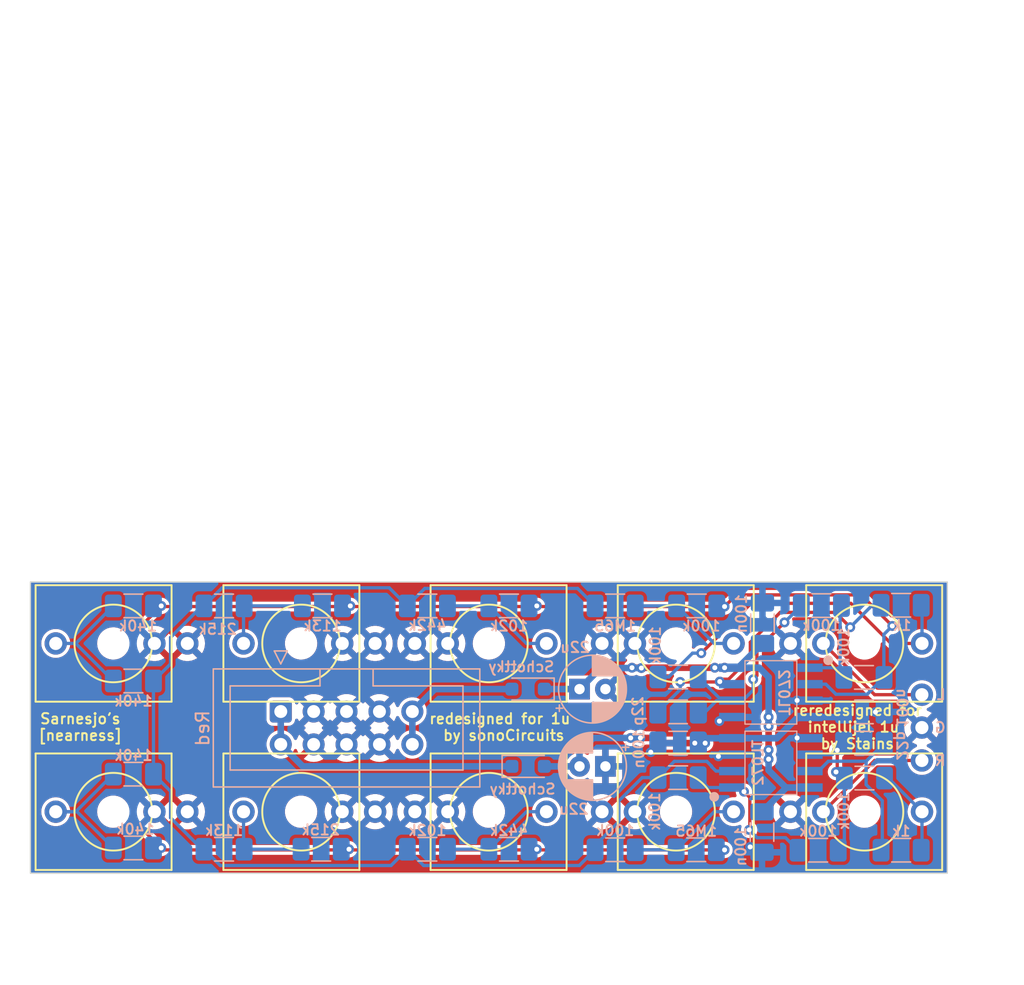
<source format=kicad_pcb>
(kicad_pcb (version 20221018) (generator pcbnew)
  (layers (0 "F.Cu" signal) (31 "B.Cu" signal) (34 "B.Paste" user) (35 "F.Paste" user) (36 "B.SilkS" user "B.Silkscreen") (37 "F.SilkS" user "F.Silkscreen") (38 "B.Mask" user) (39 "F.Mask" user) (44 "Edge.Cuts" user))
  (net 0 "")
  (net 1 "GND")
  (net 2 "Net-(U1B--)")
  (net 3 "Net-(C1-Pad2)")
  (net 4 "Net-(U2B--)")
  (net 5 "Net-(C2-Pad2)")
  (net 6 "+12V")
  (net 7 "-12V")
  (net 8 "Net-(D1-A)")
  (net 9 "Net-(D2-K)")
  (net 10 "Net-(P1-Pin_1)")
  (net 11 "Net-(J1-Pad3)")
  (net 12 "Net-(J2-Pad3)")
  (net 13 "Net-(J3-Pad3)")
  (net 14 "Net-(J4-Pad3)")
  (net 15 "Net-(J5-Pad3)")
  (net 16 "Net-(J6-Pad3)")
  (net 17 "Net-(J7-Pad3)")
  (net 18 "Net-(J8-Pad3)")
  (net 19 "Net-(P1-Pin_3)")
  (net 20 "Net-(J9-Pad3)")
  (net 21 "Net-(J10-Pad3)")
  (net 22 "Net-(U1A--)")
  (net 23 "Net-(R15-Pad2)")
  (net 24 "Net-(R17-Pad2)")
  (net 25 "Net-(U2A--)")
  (footprint "nearness:PJ301M12" (layer "F.Cu") (at 117.175 126.34 90)
    (fp_text reference "J4")
    (fp_text value "PJ301M12")
    (pad "" np_thru_hole circle (at 0 0 90) (size 2 2) (drill 2) (layers "F&B.Cu" "*.Mask"))
    (pad "1" thru_hole circle (at 0 5.715 90) (size 1.7272 1.7272) (drill 1.016) (layers "*.Cu" "*.Mask") (net 1 "GND"))
    (pad "2" thru_hole circle (at 0 3.175 90) (size 1.7272 1.7272) (drill 1.016) (layers "*.Cu" "*.Mask") (net 1 "GND"))
    (pad "3" thru_hole circle (at 0 -4.445 90) (size 1.7272 1.7272) (drill 1.016) (layers "*.Cu" "*.Mask") (net 14 "Net-(J4-Pad3)"))
  )
  (footprint "nearness:PJ301M12" (layer "F.Cu") (at 160.675 126.34 -90)
    (fp_text reference "J1")
    (fp_text value "PJ301M12")
    (pad "" np_thru_hole circle (at 0 0 270) (size 2 2) (drill 2) (layers "F&B.Cu" "*.Mask"))
    (pad "1" thru_hole circle (at 0 5.715 270) (size 1.7272 1.7272) (drill 1.016) (layers "*.Cu" "*.Mask") (net 1 "GND"))
    (pad "2" thru_hole circle (at 0 3.175 270) (size 1.7272 1.7272) (drill 1.016) (layers "*.Cu" "*.Mask") (net 10 "Net-(P1-Pin_1)"))
    (pad "3" thru_hole circle (at 0 -4.445 270) (size 1.7272 1.7272) (drill 1.016) (layers "*.Cu" "*.Mask") (net 11 "Net-(J1-Pad3)"))
  )
  (footprint "nearness:PJ301M12" (layer "F.Cu") (at 102.675 139.34 90)
    (fp_text reference "J5")
    (fp_text value "PJ301M12")
    (pad "" np_thru_hole circle (at 0 0 90) (size 2 2) (drill 2) (layers "F&B.Cu" "*.Mask"))
    (pad "1" thru_hole circle (at 0 5.715 90) (size 1.7272 1.7272) (drill 1.016) (layers "*.Cu" "*.Mask") (net 1 "GND"))
    (pad "2" thru_hole circle (at 0 3.175 90) (size 1.7272 1.7272) (drill 1.016) (layers "*.Cu" "*.Mask") (net 1 "GND"))
    (pad "3" thru_hole circle (at 0 -4.445 90) (size 1.7272 1.7272) (drill 1.016) (layers "*.Cu" "*.Mask") (net 15 "Net-(J5-Pad3)"))
  )
  (footprint "nearness:PJ301M12" (layer "F.Cu") (at 131.675 126.34 -90)
    (fp_text reference "J3")
    (fp_text value "PJ301M12")
    (pad "" np_thru_hole circle (at 0 0 270) (size 2 2) (drill 2) (layers "F&B.Cu" "*.Mask"))
    (pad "1" thru_hole circle (at 0 5.715 270) (size 1.7272 1.7272) (drill 1.016) (layers "*.Cu" "*.Mask") (net 1 "GND"))
    (pad "2" thru_hole circle (at 0 3.175 270) (size 1.7272 1.7272) (drill 1.016) (layers "*.Cu" "*.Mask") (net 1 "GND"))
    (pad "3" thru_hole circle (at 0 -4.445 270) (size 1.7272 1.7272) (drill 1.016) (layers "*.Cu" "*.Mask") (net 13 "Net-(J3-Pad3)"))
  )
  (footprint "nearness:PJ301M12" (layer "F.Cu") (at 146.1268 139.34 -90)
    (fp_text reference "J8")
    (fp_text value "PJ301M12")
    (pad "" np_thru_hole circle (at 0 0 270) (size 2 2) (drill 2) (layers "F&B.Cu" "*.Mask"))
    (pad "1" thru_hole circle (at 0 5.715 270) (size 1.7272 1.7272) (drill 1.016) (layers "*.Cu" "*.Mask") (net 1 "GND"))
    (pad "2" thru_hole circle (at 0 3.175 270) (size 1.7272 1.7272) (drill 1.016) (layers "*.Cu" "*.Mask") (net 1 "GND"))
    (pad "3" thru_hole circle (at 0 -4.445 270) (size 1.7272 1.7272) (drill 1.016) (layers "*.Cu" "*.Mask") (net 18 "Net-(J8-Pad3)"))
  )
  (footprint "nearness:PJ301M12" (layer "F.Cu") (at 102.675 126.34 90)
    (fp_text reference "J10" hide)
    (fp_text value "PJ301M12")
    (pad "" np_thru_hole circle (at 0 0 90) (size 2 2) (drill 2) (layers "F&B.Cu" "*.Mask"))
    (pad "1" thru_hole circle (at 0 5.715 90) (size 1.7272 1.7272) (drill 1.016) (layers "*.Cu" "*.Mask") (net 1 "GND"))
    (pad "2" thru_hole circle (at 0 3.175 90) (size 1.7272 1.7272) (drill 1.016) (layers "*.Cu" "*.Mask") (net 1 "GND"))
    (pad "3" thru_hole circle (at 0 -4.445 90) (size 1.7272 1.7272) (drill 1.016) (layers "*.Cu" "*.Mask") (net 21 "Net-(J10-Pad3)"))
  )
  (footprint "nearness:PJ301M12" (layer "F.Cu") (at 117.175 139.34 90)
    (fp_text reference "J6" hide)
    (fp_text value "PJ301M12")
    (pad "" np_thru_hole circle (at 0 0 90) (size 2 2) (drill 2) (layers "F&B.Cu" "*.Mask"))
    (pad "1" thru_hole circle (at 0 5.715 90) (size 1.7272 1.7272) (drill 1.016) (layers "*.Cu" "*.Mask") (net 1 "GND"))
    (pad "2" thru_hole circle (at 0 3.175 90) (size 1.7272 1.7272) (drill 1.016) (layers "*.Cu" "*.Mask") (net 1 "GND"))
    (pad "3" thru_hole circle (at 0 -4.445 90) (size 1.7272 1.7272) (drill 1.016) (layers "*.Cu" "*.Mask") (net 16 "Net-(J6-Pad3)"))
  )
  (footprint "nearness:PJ301M12" (layer "F.Cu") (at 146.1268 126.34 -90)
    (fp_text reference "J2")
    (fp_text value "PJ301M12")
    (pad "" np_thru_hole circle (at 0 0 270) (size 2 2) (drill 2) (layers "F&B.Cu" "*.Mask"))
    (pad "1" thru_hole circle (at 0 5.715 270) (size 1.7272 1.7272) (drill 1.016) (layers "*.Cu" "*.Mask") (net 1 "GND"))
    (pad "2" thru_hole circle (at 0 3.175 270) (size 1.7272 1.7272) (drill 1.016) (layers "*.Cu" "*.Mask") (net 1 "GND"))
    (pad "3" thru_hole circle (at 0 -4.445 270) (size 1.7272 1.7272) (drill 1.016) (layers "*.Cu" "*.Mask") (net 12 "Net-(J2-Pad3)"))
  )
  (footprint "nearness:PJ301M12" (layer "F.Cu") (at 160.675 139.34 -90)
    (fp_text reference "J9" hide)
    (fp_text value "PJ301M12")
    (pad "" np_thru_hole circle (at 0 0 270) (size 2 2) (drill 2) (layers "F&B.Cu" "*.Mask"))
    (pad "1" thru_hole circle (at 0 5.715 270) (size 1.7272 1.7272) (drill 1.016) (layers "*.Cu" "*.Mask") (net 1 "GND"))
    (pad "2" thru_hole circle (at 0 3.175 270) (size 1.7272 1.7272) (drill 1.016) (layers "*.Cu" "*.Mask") (net 19 "Net-(P1-Pin_3)"))
    (pad "3" thru_hole circle (at 0 -4.445 270) (size 1.7272 1.7272) (drill 1.016) (layers "*.Cu" "*.Mask") (net 20 "Net-(J9-Pad3)"))
  )
  (footprint "nearness:PJ301M12" (layer "F.Cu") (at 131.675 139.34 -90)
    (fp_text reference "J7" hide)
    (fp_text value "PJ301M12")
    (pad "" np_thru_hole circle (at 0 0 270) (size 2 2) (drill 2) (layers "F&B.Cu" "*.Mask"))
    (pad "1" thru_hole circle (at 0 5.715 270) (size 1.7272 1.7272) (drill 1.016) (layers "*.Cu" "*.Mask") (net 1 "GND"))
    (pad "2" thru_hole circle (at 0 3.175 270) (size 1.7272 1.7272) (drill 1.016) (layers "*.Cu" "*.Mask") (net 1 "GND"))
    (pad "3" thru_hole circle (at 0 -4.445 270) (size 1.7272 1.7272) (drill 1.016) (layers "*.Cu" "*.Mask") (net 17 "Net-(J7-Pad3)"))
  )
  (footprint "Capacitor_SMD:C_1206_3216Metric_Pad1.33x1.80mm_HandSolder" (layer "B.Cu") (at 160.6384 131.63 180)
    (fp_text reference "C8")
    (fp_text value "100n" (at -2.9376 0.312 270 unlocked) (layer "B.SilkS") (effects (font (size 0.8 0.8)) (justify mirror)))
    (pad "1" smd roundrect (at -1.5625 0 180) (size 1.325 1.8) (layers "B.Cu" "B.Paste" "B.Mask") (roundrect_rratio 0.1886792453) (net 1 "GND"))
    (pad "2" smd roundrect (at 1.5625 0 180) (size 1.325 1.8) (layers "B.Cu" "B.Paste" "B.Mask") (roundrect_rratio 0.1886792453) (net 7 "-12V"))
  )
  (footprint "nearness:SOIC-8" (layer "B.Cu") (at 153.4502 130.122 -90)
    (fp_text reference "U1")
    (fp_text value "TL072" (at 0 -1 -90 unlocked) (layer "B.SilkS") (effects (font (size 0.8 0.8) (thickness 0.15) bold) (justify mirror)))
    (pad "1" smd rect (at -1.905 -3 270) (size 0.65 2) (layers "B.Cu" "B.Paste" "B.Mask") (net 23 "Net-(R15-Pad2)"))
    (pad "2" smd rect (at -0.635 -3 270) (size 0.65 2) (layers "B.Cu" "B.Paste" "B.Mask") (net 22 "Net-(U1A--)"))
    (pad "3" smd rect (at 0.635 -3 270) (size 0.65 2) (layers "B.Cu" "B.Paste" "B.Mask") (net 1 "GND"))
    (pad "4" smd rect (at 1.905 -3 270) (size 0.65 2) (layers "B.Cu" "B.Paste" "B.Mask") (net 7 "-12V"))
    (pad "5" smd rect (at 1.905 3 270) (size 0.65 2) (layers "B.Cu" "B.Paste" "B.Mask") (net 1 "GND"))
    (pad "6" smd rect (at 0.635 3 270) (size 0.65 2) (layers "B.Cu" "B.Paste" "B.Mask") (net 2 "Net-(U1B--)"))
    (pad "7" smd rect (at -0.635 3 270) (size 0.65 2) (layers "B.Cu" "B.Paste" "B.Mask") (net 3 "Net-(C1-Pad2)"))
    (pad "8" smd rect (at -1.905 3 270) (size 0.65 2) (layers "B.Cu" "B.Paste" "B.Mask") (net 6 "+12V"))
  )
  (footprint "Connector_IDC:IDC-Header_2x05_P2.54mm_Vertical" (layer "B.Cu") (at 115.605 131.6 -90)
    (fp_text reference "P7")
    (fp_text value "CONN_01X03" hide)
    (pad "1" thru_hole roundrect (at 0 0 270) (size 1.7 1.7) (drill 1) (layers "*.Cu" "*.Mask") (roundrect_rratio 0.1470588235) (net 9 "Net-(D2-K)"))
    (pad "1" thru_hole circle (at 2.54 0 270) (size 1.7 1.7) (drill 1) (layers "*.Cu" "*.Mask") (net 9 "Net-(D2-K)"))
    (pad "2" thru_hole circle (at 0 -7.62 270) (size 1.7 1.7) (drill 1) (layers "*.Cu" "*.Mask") (net 1 "GND"))
    (pad "2" thru_hole circle (at 0 -5.08 270) (size 1.7 1.7) (drill 1) (layers "*.Cu" "*.Mask") (net 1 "GND"))
    (pad "2" thru_hole circle (at 0 -2.54 270) (size 1.7 1.7) (drill 1) (layers "*.Cu" "*.Mask") (net 1 "GND"))
    (pad "2" thru_hole circle (at 2.54 -7.62 270) (size 1.7 1.7) (drill 1) (layers "*.Cu" "*.Mask") (net 1 "GND"))
    (pad "2" thru_hole circle (at 2.54 -5.08 270) (size 1.7 1.7) (drill 1) (layers "*.Cu" "*.Mask") (net 1 "GND"))
    (pad "2" thru_hole circle (at 2.54 -2.54 270) (size 1.7 1.7) (drill 1) (layers "*.Cu" "*.Mask") (net 1 "GND"))
    (pad "3" thru_hole circle (at 0 -10.16 270) (size 1.7 1.7) (drill 1) (layers "*.Cu" "*.Mask") (net 8 "Net-(D1-A)"))
    (pad "3" thru_hole circle (at 2.54 -10.16 270) (size 1.7 1.7) (drill 1) (layers "*.Cu" "*.Mask") (net 8 "Net-(D1-A)"))
  )
  (footprint "Resistor_SMD:R_1206_3216Metric_Pad1.30x1.75mm_HandSolder" (layer "B.Cu") (at 163.508 142.314)
    (fp_text reference "R24")
    (fp_text value "1k" (at 0 -1.474) (layer "B.SilkS") (effects (font (size 0.8 0.8)) (justify mirror)))
    (pad "1" smd roundrect (at -1.55 0) (size 1.3 1.75) (layers "B.Cu" "B.Paste" "B.Mask") (roundrect_rratio 0.1923076923) (net 5 "Net-(C2-Pad2)"))
    (pad "2" smd roundrect (at 1.55 0) (size 1.3 1.75) (layers "B.Cu" "B.Paste" "B.Mask") (roundrect_rratio 0.1923076923) (net 20 "Net-(J9-Pad3)"))
  )
  (footprint "Resistor_SMD:R_1206_3216Metric_Pad1.30x1.75mm_HandSolder" (layer "B.Cu") (at 157.35 123.415 180)
    (fp_text reference "R19")
    (fp_text value "100k" (at 0 -1.525) (layer "B.SilkS") (effects (font (size 0.8 0.8)) (justify mirror)))
    (pad "1" smd roundrect (at -1.55 0 180) (size 1.3 1.75) (layers "B.Cu" "B.Paste" "B.Mask") (roundrect_rratio 0.1923076923) (net 23 "Net-(R15-Pad2)"))
    (pad "2" smd roundrect (at 1.55 0 180) (size 1.3 1.75) (layers "B.Cu" "B.Paste" "B.Mask") (roundrect_rratio 0.1923076923) (net 2 "Net-(U1B--)"))
  )
  (footprint "Resistor_SMD:R_1206_3216Metric_Pad1.30x1.75mm_HandSolder" (layer "B.Cu") (at 163.508 123.391)
    (fp_text reference "R23")
    (fp_text value "1k" (at 0.067 1.549) (layer "B.SilkS") (effects (font (size 0.8 0.8)) (justify mirror)))
    (pad "1" smd roundrect (at -1.55 0) (size 1.3 1.75) (layers "B.Cu" "B.Paste" "B.Mask") (roundrect_rratio 0.1923076923) (net 3 "Net-(C1-Pad2)"))
    (pad "2" smd roundrect (at 1.55 0) (size 1.3 1.75) (layers "B.Cu" "B.Paste" "B.Mask") (roundrect_rratio 0.1923076923) (net 11 "Net-(J1-Pad3)"))
  )
  (footprint "nearness:Pin_1x3" (layer "B.Cu") (at 165.1088 132.84 180)
    (fp_text reference "P1")
    (fp_text value "CONN_01X03" hide)
    (pad "1" thru_hole circle (at 0 2.54 180) (size 1.7272 1.7272) (drill 1.016) (layers "*.Cu" "*.Mask") (net 10 "Net-(P1-Pin_1)"))
    (pad "2" thru_hole circle (at 0 0 180) (size 1.7272 1.7272) (drill 1.016) (layers "*.Cu" "*.Mask") (net 1 "GND"))
    (pad "3" thru_hole circle (at 0 -2.54 180) (size 1.7272 1.7272) (drill 1.016) (layers "*.Cu" "*.Mask") (net 19 "Net-(P1-Pin_3)"))
  )
  (footprint "Resistor_SMD:R_1206_3216Metric_Pad1.30x1.75mm_HandSolder" (layer "B.Cu") (at 160.6384 128.963 180)
    (fp_text reference "R15")
    (fp_text value "100k" (at 1.5634 2.373 90) (layer "B.SilkS") (effects (font (size 0.8 0.8)) (justify mirror)))
    (pad "1" smd roundrect (at -1.55 0 180) (size 1.3 1.75) (layers "B.Cu" "B.Paste" "B.Mask") (roundrect_rratio 0.1923076923) (net 22 "Net-(U1A--)"))
    (pad "2" smd roundrect (at 1.55 0 180) (size 1.3 1.75) (layers "B.Cu" "B.Paste" "B.Mask") (roundrect_rratio 0.1923076923) (net 23 "Net-(R15-Pad2)"))
  )
  (footprint "Resistor_SMD:R_1206_3216Metric_Pad1.30x1.75mm_HandSolder" (layer "B.Cu") (at 146.285 128.93 180)
    (fp_text reference "R21")
    (fp_text value "100k" (at 1.76 2.44 90) (layer "B.SilkS") (effects (font (size 0.8 0.8)) (justify mirror)))
    (pad "1" smd roundrect (at -1.55 0 180) (size 1.3 1.75) (layers "B.Cu" "B.Paste" "B.Mask") (roundrect_rratio 0.1923076923) (net 2 "Net-(U1B--)"))
    (pad "2" smd roundrect (at 1.55 0 180) (size 1.3 1.75) (layers "B.Cu" "B.Paste" "B.Mask") (roundrect_rratio 0.1923076923) (net 11 "Net-(J1-Pad3)"))
  )
  (footprint "Resistor_SMD:R_1206_3216Metric_Pad1.30x1.75mm_HandSolder" (layer "B.Cu") (at 133.225 123.44)
    (fp_text reference "R3")
    (fp_text value "102k" (at 0 1.55) (layer "B.SilkS") (effects (font (size 0.8 0.8)) (justify mirror)))
    (pad "1" smd roundrect (at -1.55 0) (size 1.3 1.75) (layers "B.Cu" "B.Paste" "B.Mask") (roundrect_rratio 0.1923076923) (net 13 "Net-(J3-Pad3)"))
    (pad "2" smd roundrect (at 1.55 0) (size 1.3 1.75) (layers "B.Cu" "B.Paste" "B.Mask") (roundrect_rratio 0.1923076923) (net 22 "Net-(U1A--)"))
  )
  (footprint "Resistor_SMD:R_1206_3216Metric_Pad1.30x1.75mm_HandSolder" (layer "B.Cu") (at 118.825 123.44)
    (fp_text reference "R5")
    (fp_text value "113k" (at 0 1.55) (layer "B.SilkS") (effects (font (size 0.8 0.8)) (justify mirror)))
    (pad "1" smd roundrect (at -1.55 0) (size 1.3 1.75) (layers "B.Cu" "B.Paste" "B.Mask") (roundrect_rratio 0.1923076923) (net 14 "Net-(J4-Pad3)"))
    (pad "2" smd roundrect (at 1.55 0) (size 1.3 1.75) (layers "B.Cu" "B.Paste" "B.Mask") (roundrect_rratio 0.1923076923) (net 22 "Net-(U1A--)"))
  )
  (footprint "Resistor_SMD:R_1206_3216Metric_Pad1.30x1.75mm_HandSolder" (layer "B.Cu") (at 147.685 142.28)
    (fp_text reference "R13")
    (fp_text value "1M65" (at 0 -1.44) (layer "B.SilkS") (effects (font (size 0.8 0.8)) (justify mirror)))
    (pad "1" smd roundrect (at -1.55 0) (size 1.3 1.75) (layers "B.Cu" "B.Paste" "B.Mask") (roundrect_rratio 0.1923076923) (net 18 "Net-(J8-Pad3)"))
    (pad "2" smd roundrect (at 1.55 0) (size 1.3 1.75) (layers "B.Cu" "B.Paste" "B.Mask") (roundrect_rratio 0.1923076923) (net 22 "Net-(U1A--)"))
  )
  (footprint "Capacitor_SMD:C_1206_3216Metric_Pad1.33x1.80mm_HandSolder" (layer "B.Cu") (at 152.8 124.7775 90)
    (fp_text reference "C5")
    (fp_text value "100n" (at 0.7375 -1.625 90) (layer "B.SilkS") (effects (font (size 0.8 0.8)) (justify mirror)))
    (pad "1" smd roundrect (at -1.5625 0 90) (size 1.325 1.8) (layers "B.Cu" "B.Paste" "B.Mask") (roundrect_rratio 0.1886792453) (net 6 "+12V"))
    (pad "2" smd roundrect (at 1.5625 0 90) (size 1.325 1.8) (layers "B.Cu" "B.Paste" "B.Mask") (roundrect_rratio 0.1886792453) (net 1 "GND"))
  )
  (footprint "Resistor_SMD:R_1206_3216Metric_Pad1.30x1.75mm_HandSolder" (layer "B.Cu") (at 126.925 123.44 180)
    (fp_text reference "R4")
    (fp_text value "442k" (at 0 -1.5) (layer "B.SilkS") (effects (font (size 0.8 0.8)) (justify mirror)))
    (pad "1" smd roundrect (at -1.55 0 180) (size 1.3 1.75) (layers "B.Cu" "B.Paste" "B.Mask") (roundrect_rratio 0.1923076923) (net 13 "Net-(J3-Pad3)"))
    (pad "2" smd roundrect (at 1.55 0 180) (size 1.3 1.75) (layers "B.Cu" "B.Paste" "B.Mask") (roundrect_rratio 0.1923076923) (net 25 "Net-(U2A--)"))
  )
  (footprint "Resistor_SMD:R_1206_3216Metric_Pad1.30x1.75mm_HandSolder" (layer "B.Cu") (at 104.225 136.44)
    (fp_text reference "R8")
    (fp_text value "140k" (at 0 -1.45) (layer "B.SilkS") (effects (font (size 0.8 0.8)) (justify mirror)))
    (pad "1" smd roundrect (at -1.55 0) (size 1.3 1.75) (layers "B.Cu" "B.Paste" "B.Mask") (roundrect_rratio 0.1923076923) (net 15 "Net-(J5-Pad3)"))
    (pad "2" smd roundrect (at 1.55 0) (size 1.3 1.75) (layers "B.Cu" "B.Paste" "B.Mask") (roundrect_rratio 0.1923076923) (net 25 "Net-(U2A--)"))
  )
  (footprint "Resistor_SMD:R_1206_3216Metric_Pad1.30x1.75mm_HandSolder" (layer "B.Cu") (at 104.225 123.44)
    (fp_text reference "R25")
    (fp_text value "140k" (at 0.35 1.55) (layer "B.SilkS") (effects (font (size 0.8 0.8)) (justify mirror)))
    (pad "1" smd roundrect (at -1.55 0) (size 1.3 1.75) (layers "B.Cu" "B.Paste" "B.Mask") (roundrect_rratio 0.1923076923) (net 21 "Net-(J10-Pad3)"))
    (pad "2" smd roundrect (at 1.55 0) (size 1.3 1.75) (layers "B.Cu" "B.Paste" "B.Mask") (roundrect_rratio 0.1923076923) (net 22 "Net-(U1A--)"))
  )
  (footprint "Resistor_SMD:R_1206_3216Metric_Pad1.30x1.75mm_HandSolder" (layer "B.Cu") (at 133.225 142.24)
    (fp_text reference "R11")
    (fp_text value "442k" (at 0 -1.45) (layer "B.SilkS") (effects (font (size 0.8 0.8)) (justify mirror)))
    (pad "1" smd roundrect (at -1.55 0) (size 1.3 1.75) (layers "B.Cu" "B.Paste" "B.Mask") (roundrect_rratio 0.1923076923) (net 17 "Net-(J7-Pad3)"))
    (pad "2" smd roundrect (at 1.55 0) (size 1.3 1.75) (layers "B.Cu" "B.Paste" "B.Mask") (roundrect_rratio 0.1923076923) (net 22 "Net-(U1A--)"))
  )
  (footprint "Capacitor_SMD:C_1206_3216Metric_Pad1.33x1.80mm_HandSolder" (layer "B.Cu") (at 152.765 140.9125 -90)
    (fp_text reference "C7")
    (fp_text value "100n" (at 1.1275 1.64 90) (layer "B.SilkS") (effects (font (size 0.8 0.8)) (justify mirror)))
    (pad "1" smd roundrect (at -1.5625 0 270) (size 1.325 1.8) (layers "B.Cu" "B.Paste" "B.Mask") (roundrect_rratio 0.1886792453) (net 6 "+12V"))
    (pad "2" smd roundrect (at 1.5625 0 270) (size 1.325 1.8) (layers "B.Cu" "B.Paste" "B.Mask") (roundrect_rratio 0.1886792453) (net 1 "GND"))
  )
  (footprint "Resistor_SMD:R_1206_3216Metric_Pad1.30x1.75mm_HandSolder" (layer "B.Cu") (at 157.1 142.315)
    (fp_text reference "R20")
    (fp_text value "100k" (at 0 -1.475) (layer "B.SilkS") (effects (font (size 0.8 0.8)) (justify mirror)))
    (pad "1" smd roundrect (at -1.55 0) (size 1.3 1.75) (layers "B.Cu" "B.Paste" "B.Mask") (roundrect_rratio 0.1923076923) (net 24 "Net-(R17-Pad2)"))
    (pad "2" smd roundrect (at 1.55 0) (size 1.3 1.75) (layers "B.Cu" "B.Paste" "B.Mask") (roundrect_rratio 0.1923076923) (net 4 "Net-(U2B--)"))
  )
  (footprint "Resistor_SMD:R_1206_3216Metric_Pad1.30x1.75mm_HandSolder" (layer "B.Cu") (at 141.425 142.28 180)
    (fp_text reference "R14")
    (fp_text value "100k" (at 0 1.49) (layer "B.SilkS") (effects (font (size 0.8 0.8)) (justify mirror)))
    (pad "1" smd roundrect (at -1.55 0 180) (size 1.3 1.75) (layers "B.Cu" "B.Paste" "B.Mask") (roundrect_rratio 0.1923076923) (net 18 "Net-(J8-Pad3)"))
    (pad "2" smd roundrect (at 1.55 0 180) (size 1.3 1.75) (layers "B.Cu" "B.Paste" "B.Mask") (roundrect_rratio 0.1923076923) (net 25 "Net-(U2A--)"))
  )
  (footprint "Resistor_SMD:R_1206_3216Metric_Pad1.30x1.75mm_HandSolder" (layer "B.Cu") (at 104.225 142.14)
    (fp_text reference "R7")
    (fp_text value "140k" (at 0.15 -1.45) (layer "B.SilkS") (effects (font (size 0.8 0.8)) (justify mirror)))
    (pad "1" smd roundrect (at -1.55 0) (size 1.3 1.75) (layers "B.Cu" "B.Paste" "B.Mask") (roundrect_rratio 0.1923076923) (net 15 "Net-(J5-Pad3)"))
    (pad "2" smd roundrect (at 1.55 0) (size 1.3 1.75) (layers "B.Cu" "B.Paste" "B.Mask") (roundrect_rratio 0.1923076923) (net 22 "Net-(U1A--)"))
  )
  (footprint "Resistor_SMD:R_1206_3216Metric_Pad1.30x1.75mm_HandSolder" (layer "B.Cu") (at 160.675 136.74)
    (fp_text reference "R22")
    (fp_text value "100k" (at -1.6 2.55 90) (layer "B.SilkS") (effects (font (size 0.8 0.8)) (justify mirror)))
    (pad "1" smd roundrect (at -1.55 0) (size 1.3 1.75) (layers "B.Cu" "B.Paste" "B.Mask") (roundrect_rratio 0.1923076923) (net 4 "Net-(U2B--)"))
    (pad "2" smd roundrect (at 1.55 0) (size 1.3 1.75) (layers "B.Cu" "B.Paste" "B.Mask") (roundrect_rratio 0.1923076923) (net 20 "Net-(J9-Pad3)"))
  )
  (footprint "Capacitor_THT:CP_Radial_D5.0mm_P2.00mm" (layer "B.Cu") (at 140.674 135.837 180)
    (fp_text reference "C4")
    (fp_text value "22u" (at 2.449 -3.303) (layer "B.SilkS") (effects (font (size 0.8 0.8)) (justify mirror)))
    (pad "1" thru_hole rect (at 0 0 180) (size 1.6 1.6) (drill 0.8) (layers "*.Cu" "*.Mask") (net 1 "GND"))
    (pad "2" thru_hole circle (at 2 0 180) (size 1.6 1.6) (drill 0.8) (layers "*.Cu" "*.Mask") (net 7 "-12V"))
  )
  (footprint "Resistor_SMD:R_1206_3216Metric_Pad1.30x1.75mm_HandSolder" (layer "B.Cu") (at 111.225 142.24 180)
    (fp_text reference "R10")
    (fp_text value "113k" (at 0 1.45) (layer "B.SilkS") (effects (font (size 0.8 0.8)) (justify mirror)))
    (pad "1" smd roundrect (at -1.55 0 180) (size 1.3 1.75) (layers "B.Cu" "B.Paste" "B.Mask") (roundrect_rratio 0.1923076923) (net 16 "Net-(J6-Pad3)"))
    (pad "2" smd roundrect (at 1.55 0 180) (size 1.3 1.75) (layers "B.Cu" "B.Paste" "B.Mask") (roundrect_rratio 0.1923076923) (net 25 "Net-(U2A--)"))
  )
  (footprint "Diode_SMD:D_SOD-323_HandSoldering" (layer "B.Cu") (at 134.705 129.868 180)
    (fp_text reference "D1")
    (fp_text value "Schottky" (at 0.53 1.728) (layer "B.SilkS") (effects (font (size 0.8 0.8)) (justify mirror)))
    (pad "1" smd roundrect (at -1.25 0 180) (size 1 1) (layers "B.Cu" "B.Paste" "B.Mask") (net 6 "+12V"))
    (pad "2" smd roundrect (at 1.25 0 180) (size 1 1) (layers "B.Cu" "B.Paste" "B.Mask") (net 8 "Net-(D1-A)"))
  )
  (footprint "Capacitor_SMD:C_1206_3216Metric_Pad1.33x1.80mm_HandSolder" (layer "B.Cu") (at 146.2874 134.04)
    (fp_text reference "C6")
    (fp_text value "100n" (at -3.0314 0.453 90) (layer "B.SilkS") (effects (font (size 0.8 0.8)) (justify mirror)))
    (pad "1" smd roundrect (at -1.5625 0) (size 1.325 1.8) (layers "B.Cu" "B.Paste" "B.Mask") (roundrect_rratio 0.1886792453) (net 1 "GND"))
    (pad "2" smd roundrect (at 1.5625 0) (size 1.325 1.8) (layers "B.Cu" "B.Paste" "B.Mask") (roundrect_rratio 0.1886792453) (net 7 "-12V"))
  )
  (footprint "nearness:SOIC-8" (layer "B.Cu") (at 153.4502 135.567 90)
    (fp_text reference "U2")
    (fp_text value "TL072" (at 0 -1 90) (layer "B.SilkS") (effects (font (size 0.8 0.8) (thickness 0.15) bold) (justify mirror)))
    (pad "1" smd rect (at -1.905 -3 90) (size 0.65 2) (layers "B.Cu" "B.Paste" "B.Mask") (net 24 "Net-(R17-Pad2)"))
    (pad "2" smd rect (at -0.635 -3 90) (size 0.65 2) (layers "B.Cu" "B.Paste" "B.Mask") (net 25 "Net-(U2A--)"))
    (pad "3" smd rect (at 0.635 -3 90) (size 0.65 2) (layers "B.Cu" "B.Paste" "B.Mask") (net 1 "GND"))
    (pad "4" smd rect (at 1.905 -3 90) (size 0.65 2) (layers "B.Cu" "B.Paste" "B.Mask") (net 7 "-12V"))
    (pad "5" smd rect (at 1.905 3 90) (size 0.65 2) (layers "B.Cu" "B.Paste" "B.Mask") (net 1 "GND"))
    (pad "6" smd rect (at 0.635 3 90) (size 0.65 2) (layers "B.Cu" "B.Paste" "B.Mask") (net 4 "Net-(U2B--)"))
    (pad "7" smd rect (at -0.635 3 90) (size 0.65 2) (layers "B.Cu" "B.Paste" "B.Mask") (net 5 "Net-(C2-Pad2)"))
    (pad "8" smd rect (at -1.905 3 90) (size 0.65 2) (layers "B.Cu" "B.Paste" "B.Mask") (net 6 "+12V"))
  )
  (footprint "Resistor_SMD:R_1206_3216Metric_Pad1.30x1.75mm_HandSolder" (layer "B.Cu") (at 111.225 123.44 180)
    (fp_text reference "R6")
    (fp_text value "215k" (at 0.5 -1.8) (layer "B.SilkS") (effects (font (size 0.8 0.8)) (justify mirror)))
    (pad "1" smd roundrect (at -1.55 0 180) (size 1.3 1.75) (layers "B.Cu" "B.Paste" "B.Mask") (roundrect_rratio 0.1923076923) (net 14 "Net-(J4-Pad3)"))
    (pad "2" smd roundrect (at 1.55 0 180) (size 1.3 1.75) (layers "B.Cu" "B.Paste" "B.Mask") (roundrect_rratio 0.1923076923) (net 25 "Net-(U2A--)"))
  )
  (footprint "Diode_SMD:D_SOD-323_HandSoldering" (layer "B.Cu") (at 134.705 135.837)
    (fp_text reference "D2")
    (fp_text value "Schottky" (at -0.43 1.753) (layer "B.SilkS") (effects (font (size 0.8 0.8)) (justify mirror)))
    (pad "1" smd roundrect (at -1.25 0) (size 1 1) (layers "B.Cu" "B.Paste" "B.Mask") (net 9 "Net-(D2-K)"))
    (pad "2" smd roundrect (at 1.25 0) (size 1 1) (layers "B.Cu" "B.Paste" "B.Mask") (net 7 "-12V"))
  )
  (footprint "Resistor_SMD:R_1206_3216Metric_Pad1.30x1.75mm_HandSolder" (layer "B.Cu") (at 104.225 129.24)
    (fp_text reference "R26")
    (fp_text value "140k" (at 0 1.55) (layer "B.SilkS") (effects (font (size 0.8 0.8)) (justify mirror)))
    (pad "1" smd roundrect (at -1.55 0) (size 1.3 1.75) (layers "B.Cu" "B.Paste" "B.Mask") (roundrect_rratio 0.1923076923) (net 21 "Net-(J10-Pad3)"))
    (pad "2" smd roundrect (at 1.55 0) (size 1.3 1.75) (layers "B.Cu" "B.Paste" "B.Mask") (roundrect_rratio 0.1923076923) (net 25 "Net-(U2A--)"))
  )
  (footprint "Capacitor_SMD:C_1206_3216Metric_Pad1.33x1.80mm_HandSolder" (layer "B.Cu") (at 146.2874 131.627 180)
    (fp_text reference "C1")
    (fp_text value "22p" (at 3.1124 0.055 90) (layer "B.SilkS") (effects (font (size 0.8 0.8)) (justify mirror)))
    (pad "1" smd roundrect (at -1.5625 0 180) (size 1.325 1.8) (layers "B.Cu" "B.Paste" "B.Mask") (roundrect_rratio 0.1886792453) (net 2 "Net-(U1B--)"))
    (pad "2" smd roundrect (at 1.5625 0 180) (size 1.325 1.8) (layers "B.Cu" "B.Paste" "B.Mask") (roundrect_rratio 0.1886792453) (net 3 "Net-(C1-Pad2)"))
  )
  (footprint "Capacitor_THT:CP_Radial_D5.0mm_P2.00mm" (layer "B.Cu") (at 138.674 129.868)
    (fp_text reference "C3")
    (fp_text value "22u" (at -0.349 -3.228) (layer "B.SilkS") (effects (font (size 0.8 0.8)) (justify mirror)))
    (pad "1" thru_hole rect (at 0 0) (size 1.6 1.6) (drill 0.8) (layers "*.Cu" "*.Mask") (net 6 "+12V"))
    (pad "2" thru_hole circle (at 2 0) (size 1.6 1.6) (drill 0.8) (layers "*.Cu" "*.Mask") (net 1 "GND"))
  )
  (footprint "Resistor_SMD:R_1206_3216Metric_Pad1.30x1.75mm_HandSolder" (layer "B.Cu") (at 146.2874 136.707)
    (fp_text reference "R17")
    (fp_text value "100k" (at -1.8124 2.633 90) (layer "B.SilkS") (effects (font (size 0.8 0.8)) (justify mirror)))
    (pad "1" smd roundrect (at -1.55 0) (size 1.3 1.75) (layers "B.Cu" "B.Paste" "B.Mask") (roundrect_rratio 0.1923076923) (net 25 "Net-(U2A--)"))
    (pad "2" smd roundrect (at 1.55 0) (size 1.3 1.75) (layers "B.Cu" "B.Paste" "B.Mask") (roundrect_rratio 0.1923076923) (net 24 "Net-(R17-Pad2)"))
  )
  (footprint "Resistor_SMD:R_1206_3216Metric_Pad1.30x1.75mm_HandSolder" (layer "B.Cu") (at 147.725 123.44)
    (fp_text reference "R1" hide)
    (fp_text value "100k" (at 0.35 1.55) (layer "B.SilkS") (effects (font (size 0.8 0.8)) (justify mirror)))
    (pad "1" smd roundrect (at -1.55 0) (size 1.3 1.75) (layers "B.Cu" "B.Paste" "B.Mask") (roundrect_rratio 0.1923076923) (net 12 "Net-(J2-Pad3)"))
    (pad "2" smd roundrect (at 1.55 0) (size 1.3 1.75) (layers "B.Cu" "B.Paste" "B.Mask") (roundrect_rratio 0.1923076923) (net 22 "Net-(U1A--)"))
  )
  (footprint "Resistor_SMD:R_1206_3216Metric_Pad1.30x1.75mm_HandSolder" (layer "B.Cu") (at 141.425 123.44 180)
    (fp_text reference "R2")
    (fp_text value "1M65" (at 0 -1.55) (layer "B.SilkS") (effects (font (size 0.8 0.8)) (justify mirror)))
    (pad "1" smd roundrect (at -1.55 0 180) (size 1.3 1.75) (layers "B.Cu" "B.Paste" "B.Mask") (roundrect_rratio 0.1923076923) (net 12 "Net-(J2-Pad3)"))
    (pad "2" smd roundrect (at 1.55 0 180) (size 1.3 1.75) (layers "B.Cu" "B.Paste" "B.Mask") (roundrect_rratio 0.1923076923) (net 25 "Net-(U2A--)"))
  )
  (footprint "Capacitor_SMD:C_1206_3216Metric_Pad1.33x1.80mm_HandSolder" (layer "B.Cu") (at 160.6384 134.043)
    (fp_text reference "C2")
    (fp_text value "22p" (at 2.9376 0.196 270 unlocked) (layer "B.SilkS") (effects (font (size 0.8 0.8)) (justify mirror)))
    (pad "1" smd roundrect (at -1.5625 0) (size 1.325 1.8) (layers "B.Cu" "B.Paste" "B.Mask") (roundrect_rratio 0.1886792453) (net 4 "Net-(U2B--)"))
    (pad "2" smd roundrect (at 1.5625 0) (size 1.325 1.8) (layers "B.Cu" "B.Paste" "B.Mask") (roundrect_rratio 0.1886792453) (net 5 "Net-(C2-Pad2)"))
  )
  (footprint "Resistor_SMD:R_1206_3216Metric_Pad1.30x1.75mm_HandSolder" (layer "B.Cu") (at 118.725 142.24)
    (fp_text reference "R9")
    (fp_text value "215k" (at -0.05 -1.5) (layer "B.SilkS") (effects (font (size 0.8 0.8)) (justify mirror)))
    (pad "1" smd roundrect (at -1.55 0) (size 1.3 1.75) (layers "B.Cu" "B.Paste" "B.Mask") (roundrect_rratio 0.1923076923) (net 16 "Net-(J6-Pad3)"))
    (pad "2" smd roundrect (at 1.55 0) (size 1.3 1.75) (layers "B.Cu" "B.Paste" "B.Mask") (roundrect_rratio 0.1923076923) (net 22 "Net-(U1A--)"))
  )
  (footprint "Resistor_SMD:R_1206_3216Metric_Pad1.30x1.75mm_HandSolder" (layer "B.Cu") (at 126.925 142.24 180)
    (fp_text reference "R12")
    (fp_text value "102k" (at 0 1.45) (layer "B.SilkS") (effects (font (size 0.8 0.8)) (justify mirror)))
    (pad "1" smd roundrect (at -1.55 0 180) (size 1.3 1.75) (layers "B.Cu" "B.Paste" "B.Mask") (roundrect_rratio 0.1923076923) (net 17 "Net-(J7-Pad3)"))
    (pad "2" smd roundrect (at 1.55 0 180) (size 1.3 1.75) (layers "B.Cu" "B.Paste" "B.Mask") (roundrect_rratio 0.1923076923) (net 25 "Net-(U2A--)"))
  )
  (gr_circle (center 149.075 138.19) (end 149.375 138.19) (stroke (width 0.15)) (fill solid) (layer "B.SilkS"))
  (gr_circle (center 157.875 127.64) (end 158.175 127.64) (stroke (width 0.15)) (fill solid) (layer "B.SilkS"))
  (gr_rect (start 96.275 121.59) (end 167.075 144.09) (stroke (width 0.1)) (fill none) (layer "Edge.Cuts"))
  (gr_text "Red" (at 109.575 132.89 90) (layer "B.SilkS") (effects (font (size 1 1)) (justify mirror)))
  (gr_text "L" (at 167.025 130.29) (layer "B.SilkS") (effects (font (size 0.8 0.8)) (justify left mirror)))
  (gr_text "G" (at 167.025 132.84) (layer "B.SilkS") (effects (font (size 0.8 0.8)) (justify left mirror)))
  (gr_text "R" (at 167.025 135.39) (layer "B.SilkS") (effects (font (size 0.8 0.8)) (justify left mirror)))
  (gr_text "redesigned for 1u \nby sonoCircuits" (at 132.825 132.8) (layer "F.SilkS") (effects (font (size 0.8 0.8))))
  (gr_text "reredesigned for\nintellijel 1u \nby Stains" (at 160.125 132.8) (layer "F.SilkS") (effects (font (size 0.8 0.8))))
  (gr_text "Sarnesjo's\n[nearness]\n" (at 100.125 132.8) (layer "F.SilkS") (effects (font (size 0.8 0.8))))
  (via (at 161.525 131.64) (size 0.762) (drill 0.381) (layers "F.Cu" "B.Cu") (net 1))
  (via (at 144.175 134.74) (size 0.762) (drill 0.381) (layers "F.Cu" "B.Cu") (net 1))
  (via (at 155.475 133.64) (size 0.762) (drill 0.381) (layers "F.Cu" "B.Cu") (net 1))
  (via (at 155.475 130.74) (size 0.762) (drill 0.381) (layers "F.Cu" "B.Cu") (net 1))
  (via (at 151.85 142.06) (size 0.762) (drill 0.381) (layers "F.Cu" "B.Cu") (net 1))
  (via (at 149.475 132.34) (size 0.762) (drill 0.381) (layers "F.Cu" "B.Cu") (net 1))
  (via (at 149.4 135.065) (size 0.762) (drill 0.381) (layers "F.Cu" "B.Cu") (net 1))
  (segment (start 152.8 123.215) (end 152.8 124.18) (width 0.254) (layer "B.Cu") (net 1))
  (segment (start 152.8 124.18) (end 154.96 126.34) (width 0.254) (layer "B.Cu") (net 1))
  (segment (start 152.3726 126.8424) (end 154.5 124.715) (width 0.254) (layer "F.Cu") (net 2))
  (segment (start 152.3726 128.822596) (end 152.3726 126.8424) (width 0.254) (layer "F.Cu") (net 2))
  (segment (start 152.082763 129.112433) (end 152.3726 128.822596) (width 0.254) (layer "F.Cu") (net 2))
  (via (at 154.5 124.715) (size 0.762) (drill 0.381) (layers "F.Cu" "B.Cu") (net 2))
  (via (at 152.082763 129.112433) (size 0.762) (drill 0.381) (layers "F.Cu" "B.Cu") (net 2))
  (segment (start 148.388 131.627) (end 147.8499 131.627) (width 0.254) (layer "B.Cu") (net 2))
  (segment (start 152.082763 129.112433) (end 152.082763 129.941437) (width 0.254) (layer "B.Cu") (net 2))
  (segment (start 147.835 128.93) (end 149.662 130.757) (width 0.254) (layer "B.Cu") (net 2))
  (segment (start 149.662 130.757) (end 150.4502 130.757) (width 0.254) (layer "B.Cu") (net 2))
  (segment (start 151.2672 130.757) (end 150.4502 130.757) (width 0.254) (layer "B.Cu") (net 2))
  (segment (start 150.4502 130.757) (end 149.258 130.757) (width 0.254) (layer "B.Cu") (net 2))
  (segment (start 154.5 124.715) (end 155.8 123.415) (width 0.254) (layer "B.Cu") (net 2))
  (segment (start 152.082763 129.941437) (end 151.2672 130.757) (width 0.254) (layer "B.Cu") (net 2))
  (segment (start 149.258 130.757) (end 148.388 131.627) (width 0.254) (layer "B.Cu") (net 2))
  (segment (start 149.472768 129.315) (end 146.45 129.315) (width 0.254) (layer "F.Cu") (net 3))
  (segment (start 151.8646 127.428031) (end 151.8646 126.2504) (width 0.254) (layer "F.Cu") (net 3))
  (segment (start 151.8646 126.2504) (end 154.175 123.94) (width 0.254) (layer "F.Cu") (net 3))
  (segment (start 150.190631 129.102) (end 151.8646 127.428031) (width 0.254) (layer "F.Cu") (net 3))
  (segment (start 154.175 123.94) (end 158.425 123.94) (width 0.254) (layer "F.Cu") (net 3))
  (segment (start 149.502895 129.284873) (end 149.685768 129.102) (width 0.254) (layer "F.Cu") (net 3))
  (segment (start 158.425 123.94) (end 159.575 125.09) (width 0.254) (layer "F.Cu") (net 3))
  (segment (start 149.685768 129.102) (end 150.190631 129.102) (width 0.254) (layer "F.Cu") (net 3))
  (segment (start 149.502895 129.284873) (end 149.472768 129.315) (width 0.254) (layer "F.Cu") (net 3))
  (via (at 146.45 129.315) (size 0.762) (drill 0.381) (layers "F.Cu" "B.Cu") (net 3))
  (via (at 159.575 125.09) (size 0.762) (drill 0.381) (layers "F.Cu" "B.Cu") (net 3))
  (via (at 149.502895 129.284873) (size 0.762) (drill 0.381) (layers "F.Cu" "B.Cu") (net 3))
  (segment (start 146.45 129.9019) (end 144.7249 131.627) (width 0.254) (layer "B.Cu") (net 3))
  (segment (start 150.4502 129.487) (end 149.7752 129.487) (width 0.254) (layer "B.Cu") (net 3))
  (segment (start 149.705022 129.487) (end 150.4502 129.487) (width 0.254) (layer "B.Cu") (net 3))
  (segment (start 149.502895 129.284873) (end 149.705022 129.487) (width 0.254) (layer "B.Cu") (net 3))
  (segment (start 161.274 123.391) (end 161.958 123.391) (width 0.254) (layer "B.Cu") (net 3))
  (segment (start 159.575 125.09) (end 161.274 123.391) (width 0.254) (layer "B.Cu") (net 3))
  (segment (start 146.45 129.315) (end 146.45 129.9019) (width 0.254) (layer "B.Cu") (net 3))
  (segment (start 158.4794 136.2688) (end 158.575 136.1732) (width 0.254) (layer "F.Cu") (net 4))
  (segment (start 158.575 136.1732) (end 158.575 134.59) (width 0.254) (layer "F.Cu") (net 4))
  (via (at 158.4794 136.2688) (size 0.762) (drill 0.381) (layers "F.Cu" "B.Cu") (net 4))
  (via (at 158.575 134.59) (size 0.762) (drill 0.381) (layers "F.Cu" "B.Cu") (net 4))
  (segment (start 159.125 141.84) (end 159.125 136.74) (width 0.254) (layer "B.Cu") (net 4))
  (segment (start 159.0759 134.043) (end 158.1869 134.932) (width 0.254) (layer "B.Cu") (net 4))
  (segment (start 158.1869 134.932) (end 156.4502 134.932) (width 0.254) (layer "B.Cu") (net 4))
  (segment (start 158.65 142.315) (end 159.125 141.84) (width 0.254) (layer "B.Cu") (net 4))
  (segment (start 157.8872 135.44) (end 157.1252 136.202) (width 0.254) (layer "B.Cu") (net 5))
  (segment (start 160.8039 137.2471) (end 160.8039 135.44) (width 0.254) (layer "B.Cu") (net 5))
  (segment (start 160.8039 135.44) (end 157.8872 135.44) (width 0.254) (layer "B.Cu") (net 5))
  (segment (start 157.1252 136.202) (end 156.4502 136.202) (width 0.254) (layer "B.Cu") (net 5))
  (segment (start 162.2009 134.043) (end 160.8039 135.44) (width 0.254) (layer "B.Cu") (net 5))
  (segment (start 162.052 142.22) (end 162.052 138.4952) (width 0.254) (layer "B.Cu") (net 5))
  (segment (start 162.052 138.4952) (end 160.8039 137.2471) (width 0.254) (layer "B.Cu") (net 5))
  (segment (start 161.958 142.314) (end 162.052 142.22) (width 0.254) (layer "B.Cu") (net 5))
  (segment (start 149.75 128.215) (end 149.1195 128.215) (width 0.508) (layer "F.Cu") (net 6))
  (segment (start 153.275 135.2782) (end 153.275 132.027) (width 0.508) (layer "F.Cu") (net 6))
  (segment (start 149.1195 128.215) (end 142.754497 128.215) (width 0.508) (layer "F.Cu") (net 6))
  (via (at 142.725 128.215) (size 0.762) (drill 0.381) (layers "F.Cu" "B.Cu") (net 6))
  (via (at 143.4505 128.24) (size 0.762) (drill 0.381) (layers "F.Cu" "B.Cu") (net 6))
  (via (at 153.275 132.7382) (size 0.762) (drill 0.381) (layers "F.Cu" "B.Cu") (net 6))
  (via (at 149.875 128.215) (size 0.762) (drill 0.381) (layers "F.Cu" "B.Cu") (net 6))
  (via (at 153.275 132.027) (size 0.762) (drill 0.381) (layers "F.Cu" "B.Cu") (net 6))
  (via (at 153.275 134.567) (size 0.762) (drill 0.381) (layers "F.Cu" "B.Cu") (net 6))
  (via (at 153.275 135.2782) (size 0.762) (drill 0.381) (layers "F.Cu" "B.Cu") (net 6))
  (via (at 149.1195 128.215) (size 0.762) (drill 0.381) (layers "F.Cu" "B.Cu") (net 6))
  (segment (start 153.275 132.7382) (end 153.275 128.94) (width 0.508) (layer "B.Cu") (net 6))
  (segment (start 152.765 139.35) (end 154.643 137.472) (width 0.508) (layer "B.Cu") (net 6))
  (segment (start 152.552 128.217) (end 150.4502 128.217) (width 0.508) (layer "B.Cu") (net 6))
  (segment (start 150.923 128.217) (end 152.8 126.34) (width 0.508) (layer "B.Cu") (net 6))
  (segment (start 153.275 136.14) (end 153.275 134.567) (width 0.508) (layer "B.Cu") (net 6))
  (segment (start 142.75 128.24) (end 143.4505 128.24) (width 0.508) (layer "B.Cu") (net 6))
  (segment (start 149.875 128.215) (end 149.1195 128.215) (width 0.508) (layer "B.Cu") (net 6))
  (segment (start 154.643 137.472) (end 156.4502 137.472) (width 0.508) (layer "B.Cu") (net 6))
  (segment (start 142.725 128.215) (end 142.75 128.24) (width 0.508) (layer "B.Cu") (net 6))
  (segment (start 154.575 137.44) (end 153.275 136.14) (width 0.508) (layer "B.Cu") (net 6))
  (segment (start 153.275 128.94) (end 152.552 128.217) (width 0.508) (layer "B.Cu") (net 6))
  (segment (start 138.674 129.868) (end 140.302 128.24) (width 0.508) (layer "B.Cu") (net 6))
  (segment (start 135.955 129.868) (end 138.674 129.868) (width 0.508) (layer "B.Cu") (net 6))
  (segment (start 140.302 128.24) (end 142.75 128.24) (width 0.508) (layer "B.Cu") (net 6))
  (segment (start 150.4502 128.217) (end 150.923 128.217) (width 0.508) (layer "B.Cu") (net 6))
  (segment (start 142.625 133.64) (end 144.425 133.64) (width 0.508) (layer "F.Cu") (net 7))
  (segment (start 147.575 134.04) (end 148.375 134.04) (width 0.508) (layer "F.Cu") (net 7))
  (segment (start 144.425 133.64) (end 144.825 134.04) (width 0.508) (layer "F.Cu") (net 7))
  (segment (start 144.825 134.04) (end 147.575 134.04) (width 0.508) (layer "F.Cu") (net 7))
  (via (at 143.375 133.64) (size 0.762) (drill 0.381) (layers "F.Cu" "B.Cu") (net 7))
  (via (at 147.575 134.04) (size 0.762) (drill 0.381) (layers "F.Cu" "B.Cu") (net 7))
  (via (at 148.375 134.04) (size 0.762) (drill 0.381) (layers "F.Cu" "B.Cu") (net 7))
  (via (at 142.625 133.64) (size 0.762) (drill 0.381) (layers "F.Cu" "B.Cu") (net 7))
  (segment (start 155.538 132.027) (end 153.903 133.662) (width 0.508) (layer "B.Cu") (net 7))
  (segment (start 138.674 134.70563) (end 138.674 135.837) (width 0.508) (layer "B.Cu") (net 7))
  (segment (start 142.625 133.64) (end 139.73963 133.64) (width 0.508) (layer "B.Cu") (net 7))
  (segment (start 158.6789 132.027) (end 159.0759 131.63) (width 0.508) (layer "B.Cu") (net 7))
  (segment (start 156.4502 132.027) (end 155.538 132.027) (width 0.508) (layer "B.Cu") (net 7))
  (segment (start 135.955 135.837) (end 138.674 135.837) (width 0.508) (layer "B.Cu") (net 7))
  (segment (start 148.2279 133.662) (end 147.8499 134.04) (width 0.508) (layer "B.Cu") (net 7))
  (segment (start 139.73963 133.64) (end 138.674 134.70563) (width 0.508) (layer "B.Cu") (net 7))
  (segment (start 153.903 133.662) (end 150.4502 133.662) (width 0.508) (layer "B.Cu") (net 7))
  (segment (start 142.625 133.64) (end 143.375 133.64) (width 0.508) (layer "B.Cu") (net 7))
  (segment (start 150.4502 133.662) (end 148.2279 133.662) (width 0.508) (layer "B.Cu") (net 7))
  (segment (start 156.4502 132.027) (end 158.6789 132.027) (width 0.508) (layer "B.Cu") (net 7))
  (segment (start 125.765 131.6) (end 125.765 134.14) (width 0.508) (layer "B.Cu") (net 8))
  (segment (start 127.497 129.868) (end 133.455 129.868) (width 0.508) (layer "B.Cu") (net 8))
  (segment (start 125.765 131.6) (end 127.497 129.868) (width 0.508) (layer "B.Cu") (net 8))
  (segment (start 133.455 135.837) (end 117.302 135.837) (width 0.508) (layer "B.Cu") (net 9))
  (segment (start 117.302 135.837) (end 115.605 134.14) (width 0.508) (layer "B.Cu") (net 9))
  (segment (start 115.605 134.14) (end 115.605 131.6) (width 0.508) (layer "B.Cu") (net 9))
  (segment (start 161.46 130.3) (end 157.5 126.34) (width 0.254) (layer "F.Cu") (net 10))
  (segment (start 165.1088 130.3) (end 161.46 130.3) (width 0.254) (layer "F.Cu") (net 10))
  (segment (start 162.725 126.34) (end 165.12 126.34) (width 0.254) (layer "F.Cu") (net 11))
  (segment (start 148.075 127.09) (end 151.925 123.24) (width 0.254) (layer "F.Cu") (net 11))
  (segment (start 151.925 123.24) (end 159.625 123.24) (width 0.254) (layer "F.Cu") (net 11))
  (segment (start 159.625 123.24) (end 162.725 126.34) (width 0.254) (layer "F.Cu") (net 11))
  (via (at 148.075 127.09) (size 0.762) (drill 0.381) (layers "F.Cu" "B.Cu") (net 11))
  (segment (start 165.12 123.453) (end 165.12 126.34) (width 0.254) (layer "B.Cu") (net 11))
  (segment (start 147.4 127.09) (end 148.075 127.09) (width 0.254) (layer "B.Cu") (net 11))
  (segment (start 144.735 128.93) (end 145.56 128.93) (width 0.254) (layer "B.Cu") (net 11))
  (segment (start 165.058 123.391) (end 165.12 123.453) (width 0.254) (layer "B.Cu") (net 11))
  (segment (start 145.56 128.93) (end 147.4 127.09) (width 0.254) (layer "B.Cu") (net 11))
  (segment (start 149.075 126.34) (end 146.175 123.44) (width 0.254) (layer "B.Cu") (net 12))
  (segment (start 150.62 126.34) (end 149.075 126.34) (width 0.254) (layer "B.Cu") (net 12))
  (segment (start 142.975 123.44) (end 146.175 123.44) (width 0.254) (layer "B.Cu") (net 12))
  (segment (start 131.675 123.44) (end 134.575 126.34) (width 0.254) (layer "B.Cu") (net 13))
  (segment (start 134.575 126.34) (end 136.12 126.34) (width 0.254) (layer "B.Cu") (net 13))
  (segment (start 128.475 123.44) (end 131.675 123.44) (width 0.254) (layer "B.Cu") (net 13))
  (segment (start 117.275 123.44) (end 112.775 123.44) (width 0.254) (layer "B.Cu") (net 14))
  (segment (start 112.73 123.485) (end 112.73 126.34) (width 0.254) (layer "B.Cu") (net 14))
  (segment (start 112.775 123.44) (end 112.73 123.485) (width 0.254) (layer "B.Cu") (net 14))
  (segment (start 99.775 139.34) (end 98.23 139.34) (width 0.254) (layer "B.Cu") (net 15))
  (segment (start 102.675 136.44) (end 99.775 139.34) (width 0.254) (layer "B.Cu") (net 15))
  (segment (start 99.875 139.34) (end 98.23 139.34) (width 0.254) (layer "B.Cu") (net 15))
  (segment (start 102.675 142.14) (end 99.875 139.34) (width 0.254) (layer "B.Cu") (net 15))
  (segment (start 117.175 142.24) (end 112.775 142.24) (width 0.254) (layer "B.Cu") (net 16))
  (segment (start 112.775 142.24) (end 112.73 142.195) (width 0.254) (layer "B.Cu") (net 16))
  (segment (start 112.73 142.195) (end 112.73 139.34) (width 0.254) (layer "B.Cu") (net 16))
  (segment (start 131.675 142.24) (end 134.575 139.34) (width 0.254) (layer "B.Cu") (net 17))
  (segment (start 134.575 139.34) (end 136.12 139.34) (width 0.254) (layer "B.Cu") (net 17))
  (segment (start 131.675 142.24) (end 128.475 142.24) (width 0.254) (layer "B.Cu") (net 17))
  (segment (start 149.075 139.34) (end 150.58 139.34) (width 0.254) (layer "B.Cu") (net 18))
  (segment (start 142.975 142.28) (end 146.135 142.28) (width 0.254) (layer "B.Cu") (net 18))
  (segment (start 146.135 142.28) (end 149.075 139.34) (width 0.254) (layer "B.Cu") (net 18))
  (segment (start 165.1088 135.38) (end 161.46 135.38) (width 0.254) (layer "F.Cu") (net 19))
  (segment (start 161.46 135.38) (end 157.5 139.34) (width 0.254) (layer "F.Cu") (net 19))
  (segment (start 162.225 136.74) (end 162.52 136.74) (width 0.254) (layer "B.Cu") (net 20))
  (segment (start 162.52 136.74) (end 165.12 139.34) (width 0.254) (layer "B.Cu") (net 20))
  (segment (start 165.058 142.314) (end 165.12 142.252) (width 0.254) (layer "B.Cu") (net 20))
  (segment (start 165.12 142.252) (end 165.12 139.34) (width 0.254) (layer "B.Cu") (net 20))
  (segment (start 99.775 126.34) (end 102.675 129.24) (width 0.254) (layer "B.Cu") (net 21))
  (segment (start 99.775 126.34) (end 98.23 126.34) (width 0.254) (layer "B.Cu") (net 21))
  (segment (start 102.675 123.44) (end 99.775 126.34) (width 0.254) (layer "B.Cu") (net 21))
  (segment (start 149.875 123.49) (end 106.425 123.49) (width 0.254) (layer "F.Cu") (net 22))
  (segment (start 160.425 122.59) (end 150.775 122.59) (width 0.254) (layer "F.Cu") (net 22))
  (segment (start 106.425 123.49) (end 106.375 123.44) (width 0.254) (layer "F.Cu") (net 22))
  (segment (start 106.375 123.44) (end 104.325 125.49) (width 0.254) (layer "F.Cu") (net 22))
  (segment (start 104.325 125.49) (end 104.325 140.09) (width 0.254) (layer "F.Cu") (net 22))
  (segment (start 162.825 124.99) (end 160.425 122.59) (width 0.254) (layer "F.Cu") (net 22))
  (segment (start 106.525 142.29) (end 149.875 142.29) (width 0.254) (layer "F.Cu") (net 22))
  (segment (start 106.375 142.14) (end 106.525 142.29) (width 0.254) (layer "F.Cu") (net 22))
  (segment (start 104.325 140.09) (end 106.375 142.14) (width 0.254) (layer "F.Cu") (net 22))
  (segment (start 150.775 122.59) (end 149.875 123.49) (width 0.254) (layer "F.Cu") (net 22))
  (via (at 120.975 123.44) (size 0.762) (drill 0.381) (layers "F.Cu" "B.Cu") (net 22))
  (via (at 120.875 142.24) (size 0.762) (drill 0.381) (layers "F.Cu" "B.Cu") (net 22))
  (via (at 106.375 142.14) (size 0.762) (drill 0.381) (layers "F.Cu" "B.Cu") (net 22))
  (via (at 135.375 142.24) (size 0.762) (drill 0.381) (layers "F.Cu" "B.Cu") (net 22))
  (via (at 135.375 123.44) (size 0.762) (drill 0.381) (layers "F.Cu" "B.Cu") (net 22))
  (via (at 149.875 123.49) (size 0.762) (drill 0.381) (layers "F.Cu" "B.Cu") (net 22))
  (via (at 162.825 124.99) (size 0.762) (drill 0.381) (layers "F.Cu" "B.Cu") (net 22))
  (via (at 106.375 123.44) (size 0.762) (drill 0.381) (layers "F.Cu" "B.Cu") (net 22))
  (via (at 149.875 142.29) (size 0.762) (drill 0.381) (layers "F.Cu" "B.Cu") (net 22))
  (segment (start 157.695031 129.487) (end 156.4502 129.487) (width 0.254) (layer "B.Cu") (net 22))
  (segment (start 120.525 123.44) (end 120.975 123.44) (width 0.254) (layer "B.Cu") (net 22))
  (segment (start 120.975 123.44) (end 120.775 123.19) (width 0.254) (layer "B.Cu") (net 22))
  (segment (start 120.375 123.44) (end 120.525 123.44) (width 0.254) (layer "B.Cu") (net 22))
  (segment (start 162.825 124.99) (end 162.175 125.64) (width 0.254) (layer "B.Cu") (net 22))
  (segment (start 162.175 125.64) (end 162.175 128.9496) (width 0.254) (layer "B.Cu") (net 22))
  (segment (start 160.8864 130.265) (end 158.473031 130.265) (width 0.254) (layer "B.Cu") (net 22))
  (segment (start 162.1884 128.963) (end 160.8864 130.265) (width 0.254) (layer "B.Cu") (net 22))
  (segment (start 158.473031 130.265) (end 157.695031 129.487) (width 0.254) (layer "B.Cu") (net 22))
  (segment (start 162.175 128.9496) (end 162.1884 128.963) (width 0.254) (layer "B.Cu") (net 22))
  (segment (start 158.9 123.415) (end 158.798 123.517) (width 0.254) (layer "B.Cu") (net 23))
  (segment (start 158.798 128.6726) (end 159.0884 128.963) (width 0.254) (layer "B.Cu") (net 23))
  (segment (start 159.0884 128.963) (end 158.3424 128.217) (width 0.254) (layer "B.Cu") (net 23))
  (segment (start 158.3424 128.217) (end 156.4502 128.217) (width 0.254) (layer "B.Cu") (net 23))
  (segment (start 158.798 123.517) (end 158.798 128.6726) (width 0.254) (layer "B.Cu") (net 23))
  (segment (start 151.8246 140.6904) (end 151.8246 138.2396) (width 0.254) (layer "F.Cu") (net 24))
  (segment (start 151.775 140.74) (end 151.8246 140.6904) (width 0.254) (layer "F.Cu") (net 24))
  (segment (start 151.8246 138.2396) (end 151.375 137.79) (width 0.254) (layer "F.Cu") (net 24))
  (via (at 151.775 140.74) (size 0.762) (drill 0.381) (layers "F.Cu" "B.Cu") (net 24))
  (via (at 151.375 137.79) (size 0.762) (drill 0.381) (layers "F.Cu" "B.Cu") (net 24))
  (segment (start 151.775 140.74) (end 152.3838 141.3488) (width 0.254) (layer "B.Cu") (net 24))
  (segment (start 154.5838 141.3488) (end 155.55 142.315) (width 0.254) (layer "B.Cu") (net 24))
  (segment (start 147.8374 136.707) (end 148.6024 137.472) (width 0.254) (layer "B.Cu") (net 24))
  (segment (start 148.6024 137.472) (end 150.4502 137.472) (width 0.254) (layer "B.Cu") (net 24))
  (segment (start 152.3838 141.3488) (end 154.5838 141.3488) (width 0.254) (layer "B.Cu") (net 24))
  (segment (start 143.508 136.707) (end 144.7374 136.707) (width 0.254) (layer "B.Cu") (net 25))
  (segment (start 107.0946 125.875269) (end 107.0946 127.9204) (width 0.254) (layer "B.Cu") (net 25))
  (segment (start 138.659 143.496) (end 139.875 142.28) (width 0.254) (layer "B.Cu") (net 25))
  (segment (start 107.0946 127.9204) (end 105.775 129.24) (width 0.254) (layer "B.Cu") (net 25))
  (segment (start 148.8684 135.8584) (end 149.212 136.202) (width 0.254) (layer "B.Cu") (net 25))
  (segment (start 126.725 122.09) (end 138.525 122.09) (width 0.254) (layer "B.Cu") (net 25))
  (segment (start 109.675 123.44) (end 111.075 122.04) (width 0.254) (layer "B.Cu") (net 25))
  (segment (start 109.675 142.24) (end 110.931 143.496) (width 0.254) (layer "B.Cu") (net 25))
  (segment (start 148.8684 135.820631) (end 148.8684 135.8584) (width 0.254) (layer "B.Cu") (net 25))
  (segment (start 148.498769 135.451) (end 148.8684 135.820631) (width 0.254) (layer "B.Cu") (net 25))
  (segment (start 144.7374 136.707) (end 145.9934 135.451) (width 0.254) (layer "B.Cu") (net 25))
  (segment (start 109.675 123.44) (end 109.529869 123.44) (width 0.254) (layer "B.Cu") (net 25))
  (segment (start 139.875 142.28) (end 139.875 141.94) (width 0.254) (layer "B.Cu") (net 25))
  (segment (start 109.529869 142.24) (end 109.675 142.24) (width 0.254) (layer "B.Cu") (net 25))
  (segment (start 107.0946 139.804731) (end 109.529869 142.24) (width 0.254) (layer "B.Cu") (net 25))
  (segment (start 109.529869 123.44) (end 107.0946 125.875269) (width 0.254) (layer "B.Cu") (net 25))
  (segment (start 123.975 122.04) (end 125.375 123.44) (width 0.254) (layer "B.Cu") (net 25))
  (segment (start 139.875 141.94) (end 141.7154 140.0996) (width 0.254) (layer "B.Cu") (net 25))
  (segment (start 125.375 123.44) (end 126.725 122.09) (width 0.254) (layer "B.Cu") (net 25))
  (segment (start 105.775 136.44) (end 107.0946 137.7596) (width 0.254) (layer "B.Cu") (net 25))
  (segment (start 141.7154 138.4996) (end 143.508 136.707) (width 0.254) (layer "B.Cu") (net 25))
  (segment (start 125.375 142.24) (end 126.631 143.496) (width 0.254) (layer "B.Cu") (net 25))
  (segment (start 149.212 136.202) (end 150.4502 136.202) (width 0.254) (layer "B.Cu") (net 25))
  (segment (start 126.631 143.496) (end 138.659 143.496) (width 0.254) (layer "B.Cu") (net 25))
  (segment (start 107.0946 137.7596) (end 107.0946 139.804731) (width 0.254) (layer "B.Cu") (net 25))
  (segment (start 124.119 143.496) (end 125.375 142.24) (width 0.254) (layer "B.Cu") (net 25))
  (segment (start 145.9934 135.451) (end 148.498769 135.451) (width 0.254) (layer "B.Cu") (net 25))
  (segment (start 138.525 122.09) (end 139.875 123.44) (width 0.254) (layer "B.Cu") (net 25))
  (segment (start 141.7154 140.0996) (end 141.7154 138.4996) (width 0.254) (layer "B.Cu") (net 25))
  (segment (start 111.075 122.04) (end 123.975 122.04) (width 0.254) (layer "B.Cu") (net 25))
  (segment (start 105.775 136.44) (end 105.775 129.24) (width 0.254) (layer "B.Cu") (net 25))
  (segment (start 110.931 143.496) (end 124.119 143.496) (width 0.254) (layer "B.Cu") (net 25))
  (zone (net 1) (net_name "GND") (layers "F&B.Cu") (connect_pads (clearance 0.254)) (min_thickness 0.25) (fill yes (thermal_gap 0.5) (thermal_bridge_width 0.5))
    (polygon (pts (xy 93.925 118.94) (xy 170.325 118.94) (xy 170.325 146.44) (xy 170.025 146.74) (xy 94.175 146.74) (xy 93.925 146.49)))
  )
)
</source>
